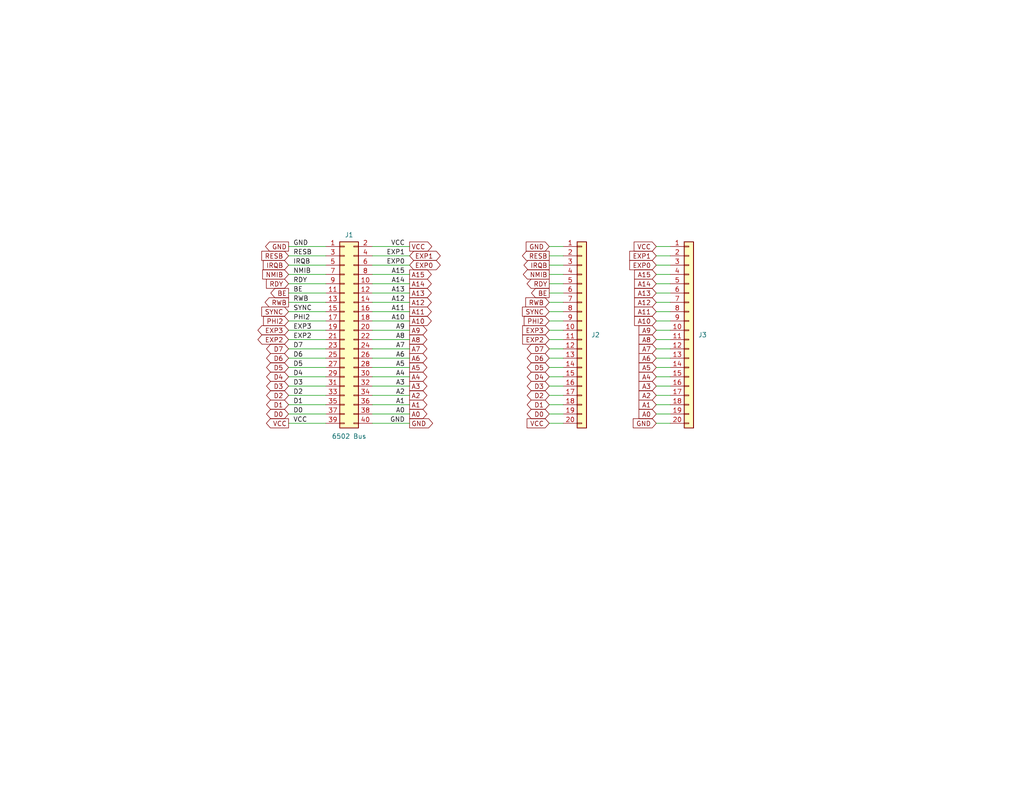
<source format=kicad_sch>
(kicad_sch (version 20250114) (generator "eeschema") (generator_version "9.0")
  (paper "USLetter")
  (title_block (title "6502 Breadboard Helper") (date "2024-06-12") (rev "1.0") (company "A.C. Wright Design"))
  (lib_symbols
    (symbol "Connector_Generic:Conn_01x20" (pin_names (offset 1.016) (hide yes))
      (property "Reference" "J" (at 0 25.4 0))
      (property "Value" "Conn_01x20" (at 0 -27.94 0))
      (symbol "Conn_01x20_1_1"
        (rectangle (start -1.27 24.13) (end 1.27 -26.67) (stroke (width 0.254)) (fill (type background)))
        (rectangle (start -1.27 22.987) (end 0 22.733) (stroke (width 0.1524)))
        (rectangle (start -1.27 20.447) (end 0 20.193) (stroke (width 0.1524)))
        (rectangle (start -1.27 17.907) (end 0 17.653) (stroke (width 0.1524)))
        (rectangle (start -1.27 15.367) (end 0 15.113) (stroke (width 0.1524)))
        (rectangle (start -1.27 12.827) (end 0 12.573) (stroke (width 0.1524)))
        (rectangle (start -1.27 10.287) (end 0 10.033) (stroke (width 0.1524)))
        (rectangle (start -1.27 7.747) (end 0 7.493) (stroke (width 0.1524)))
        (rectangle (start -1.27 5.207) (end 0 4.953) (stroke (width 0.1524)))
        (rectangle (start -1.27 2.667) (end 0 2.413) (stroke (width 0.1524)))
        (rectangle (start -1.27 0.127) (end 0 -0.127) (stroke (width 0.1524)))
        (rectangle (start -1.27 -2.413) (end 0 -2.667) (stroke (width 0.1524)))
        (rectangle (start -1.27 -4.953) (end 0 -5.207) (stroke (width 0.1524)))
        (rectangle (start -1.27 -7.493) (end 0 -7.747) (stroke (width 0.1524)))
        (rectangle (start -1.27 -10.033) (end 0 -10.287) (stroke (width 0.1524)))
        (rectangle (start -1.27 -12.573) (end 0 -12.827) (stroke (width 0.1524)))
        (rectangle (start -1.27 -15.113) (end 0 -15.367) (stroke (width 0.1524)))
        (rectangle (start -1.27 -17.653) (end 0 -17.907) (stroke (width 0.1524)))
        (rectangle (start -1.27 -20.193) (end 0 -20.447) (stroke (width 0.1524)))
        (rectangle (start -1.27 -22.733) (end 0 -22.987) (stroke (width 0.1524)))
        (rectangle (start -1.27 -25.273) (end 0 -25.527) (stroke (width 0.1524)))
        (pin passive line (at -5.08 22.86 0) (length 3.81) (name "Pin_1") (number "1"))
        (pin passive line (at -5.08 20.32 0) (length 3.81) (name "Pin_2") (number "2"))
        (pin passive line (at -5.08 17.78 0) (length 3.81) (name "Pin_3") (number "3"))
        (pin passive line (at -5.08 15.24 0) (length 3.81) (name "Pin_4") (number "4"))
        (pin passive line (at -5.08 12.7 0) (length 3.81) (name "Pin_5") (number "5"))
        (pin passive line (at -5.08 10.16 0) (length 3.81) (name "Pin_6") (number "6"))
        (pin passive line (at -5.08 7.62 0) (length 3.81) (name "Pin_7") (number "7"))
        (pin passive line (at -5.08 5.08 0) (length 3.81) (name "Pin_8") (number "8"))
        (pin passive line (at -5.08 2.54 0) (length 3.81) (name "Pin_9") (number "9"))
        (pin passive line (at -5.08 0 0) (length 3.81) (name "Pin_10") (number "10"))
        (pin passive line (at -5.08 -2.54 0) (length 3.81) (name "Pin_11") (number "11"))
        (pin passive line (at -5.08 -5.08 0) (length 3.81) (name "Pin_12") (number "12"))
        (pin passive line (at -5.08 -7.62 0) (length 3.81) (name "Pin_13") (number "13"))
        (pin passive line (at -5.08 -10.16 0) (length 3.81) (name "Pin_14") (number "14"))
        (pin passive line (at -5.08 -12.7 0) (length 3.81) (name "Pin_15") (number "15"))
        (pin passive line (at -5.08 -15.24 0) (length 3.81) (name "Pin_16") (number "16"))
        (pin passive line (at -5.08 -17.78 0) (length 3.81) (name "Pin_17") (number "17"))
        (pin passive line (at -5.08 -20.32 0) (length 3.81) (name "Pin_18") (number "18"))
        (pin passive line (at -5.08 -22.86 0) (length 3.81) (name "Pin_19") (number "19"))
        (pin passive line (at -5.08 -25.4 0) (length 3.81) (name "Pin_20") (number "20"))
      )
    )
    (symbol "Connector_Generic:Conn_02x20_Odd_Even" (pin_names (offset 1.016) (hide yes))
      (property "Reference" "J" (at 1.27 25.4 0))
      (property "Value" "Conn_02x20_Odd_Even" (at 1.27 -27.94 0))
      (symbol "Conn_02x20_Odd_Even_1_1"
        (rectangle (start -1.27 24.13) (end 3.81 -26.67) (stroke (width 0.254)) (fill (type background)))
        (rectangle (start -1.27 22.987) (end 0 22.733) (stroke (width 0.1524)))
        (rectangle (start -1.27 20.447) (end 0 20.193) (stroke (width 0.1524)))
        (rectangle (start -1.27 17.907) (end 0 17.653) (stroke (width 0.1524)))
        (rectangle (start -1.27 15.367) (end 0 15.113) (stroke (width 0.1524)))
        (rectangle (start -1.27 12.827) (end 0 12.573) (stroke (width 0.1524)))
        (rectangle (start -1.27 10.287) (end 0 10.033) (stroke (width 0.1524)))
        (rectangle (start -1.27 7.747) (end 0 7.493) (stroke (width 0.1524)))
        (rectangle (start -1.27 5.207) (end 0 4.953) (stroke (width 0.1524)))
        (rectangle (start -1.27 2.667) (end 0 2.413) (stroke (width 0.1524)))
        (rectangle (start -1.27 0.127) (end 0 -0.127) (stroke (width 0.1524)))
        (rectangle (start -1.27 -2.413) (end 0 -2.667) (stroke (width 0.1524)))
        (rectangle (start -1.27 -4.953) (end 0 -5.207) (stroke (width 0.1524)))
        (rectangle (start -1.27 -7.493) (end 0 -7.747) (stroke (width 0.1524)))
        (rectangle (start -1.27 -10.033) (end 0 -10.287) (stroke (width 0.1524)))
        (rectangle (start -1.27 -12.573) (end 0 -12.827) (stroke (width 0.1524)))
        (rectangle (start -1.27 -15.113) (end 0 -15.367) (stroke (width 0.1524)))
        (rectangle (start -1.27 -17.653) (end 0 -17.907) (stroke (width 0.1524)))
        (rectangle (start -1.27 -20.193) (end 0 -20.447) (stroke (width 0.1524)))
        (rectangle (start -1.27 -22.733) (end 0 -22.987) (stroke (width 0.1524)))
        (rectangle (start -1.27 -25.273) (end 0 -25.527) (stroke (width 0.1524)))
        (rectangle (start 3.81 22.987) (end 2.54 22.733) (stroke (width 0.1524)))
        (rectangle (start 3.81 20.447) (end 2.54 20.193) (stroke (width 0.1524)))
        (rectangle (start 3.81 17.907) (end 2.54 17.653) (stroke (width 0.1524)))
        (rectangle (start 3.81 15.367) (end 2.54 15.113) (stroke (width 0.1524)))
        (rectangle (start 3.81 12.827) (end 2.54 12.573) (stroke (width 0.1524)))
        (rectangle (start 3.81 10.287) (end 2.54 10.033) (stroke (width 0.1524)))
        (rectangle (start 3.81 7.747) (end 2.54 7.493) (stroke (width 0.1524)))
        (rectangle (start 3.81 5.207) (end 2.54 4.953) (stroke (width 0.1524)))
        (rectangle (start 3.81 2.667) (end 2.54 2.413) (stroke (width 0.1524)))
        (rectangle (start 3.81 0.127) (end 2.54 -0.127) (stroke (width 0.1524)))
        (rectangle (start 3.81 -2.413) (end 2.54 -2.667) (stroke (width 0.1524)))
        (rectangle (start 3.81 -4.953) (end 2.54 -5.207) (stroke (width 0.1524)))
        (rectangle (start 3.81 -7.493) (end 2.54 -7.747) (stroke (width 0.1524)))
        (rectangle (start 3.81 -10.033) (end 2.54 -10.287) (stroke (width 0.1524)))
        (rectangle (start 3.81 -12.573) (end 2.54 -12.827) (stroke (width 0.1524)))
        (rectangle (start 3.81 -15.113) (end 2.54 -15.367) (stroke (width 0.1524)))
        (rectangle (start 3.81 -17.653) (end 2.54 -17.907) (stroke (width 0.1524)))
        (rectangle (start 3.81 -20.193) (end 2.54 -20.447) (stroke (width 0.1524)))
        (rectangle (start 3.81 -22.733) (end 2.54 -22.987) (stroke (width 0.1524)))
        (rectangle (start 3.81 -25.273) (end 2.54 -25.527) (stroke (width 0.1524)))
        (pin passive line (at -5.08 22.86 0) (length 3.81) (name "Pin_1") (number "1"))
        (pin passive line (at -5.08 20.32 0) (length 3.81) (name "Pin_3") (number "3"))
        (pin passive line (at -5.08 17.78 0) (length 3.81) (name "Pin_5") (number "5"))
        (pin passive line (at -5.08 15.24 0) (length 3.81) (name "Pin_7") (number "7"))
        (pin passive line (at -5.08 12.7 0) (length 3.81) (name "Pin_9") (number "9"))
        (pin passive line (at -5.08 10.16 0) (length 3.81) (name "Pin_11") (number "11"))
        (pin passive line (at -5.08 7.62 0) (length 3.81) (name "Pin_13") (number "13"))
        (pin passive line (at -5.08 5.08 0) (length 3.81) (name "Pin_15") (number "15"))
        (pin passive line (at -5.08 2.54 0) (length 3.81) (name "Pin_17") (number "17"))
        (pin passive line (at -5.08 0 0) (length 3.81) (name "Pin_19") (number "19"))
        (pin passive line (at -5.08 -2.54 0) (length 3.81) (name "Pin_21") (number "21"))
        (pin passive line (at -5.08 -5.08 0) (length 3.81) (name "Pin_23") (number "23"))
        (pin passive line (at -5.08 -7.62 0) (length 3.81) (name "Pin_25") (number "25"))
        (pin passive line (at -5.08 -10.16 0) (length 3.81) (name "Pin_27") (number "27"))
        (pin passive line (at -5.08 -12.7 0) (length 3.81) (name "Pin_29") (number "29"))
        (pin passive line (at -5.08 -15.24 0) (length 3.81) (name "Pin_31") (number "31"))
        (pin passive line (at -5.08 -17.78 0) (length 3.81) (name "Pin_33") (number "33"))
        (pin passive line (at -5.08 -20.32 0) (length 3.81) (name "Pin_35") (number "35"))
        (pin passive line (at -5.08 -22.86 0) (length 3.81) (name "Pin_37") (number "37"))
        (pin passive line (at -5.08 -25.4 0) (length 3.81) (name "Pin_39") (number "39"))
        (pin passive line (at 7.62 22.86 180) (length 3.81) (name "Pin_2") (number "2"))
        (pin passive line (at 7.62 20.32 180) (length 3.81) (name "Pin_4") (number "4"))
        (pin passive line (at 7.62 17.78 180) (length 3.81) (name "Pin_6") (number "6"))
        (pin passive line (at 7.62 15.24 180) (length 3.81) (name "Pin_8") (number "8"))
        (pin passive line (at 7.62 12.7 180) (length 3.81) (name "Pin_10") (number "10"))
        (pin passive line (at 7.62 10.16 180) (length 3.81) (name "Pin_12") (number "12"))
        (pin passive line (at 7.62 7.62 180) (length 3.81) (name "Pin_14") (number "14"))
        (pin passive line (at 7.62 5.08 180) (length 3.81) (name "Pin_16") (number "16"))
        (pin passive line (at 7.62 2.54 180) (length 3.81) (name "Pin_18") (number "18"))
        (pin passive line (at 7.62 0 180) (length 3.81) (name "Pin_20") (number "20"))
        (pin passive line (at 7.62 -2.54 180) (length 3.81) (name "Pin_22") (number "22"))
        (pin passive line (at 7.62 -5.08 180) (length 3.81) (name "Pin_24") (number "24"))
        (pin passive line (at 7.62 -7.62 180) (length 3.81) (name "Pin_26") (number "26"))
        (pin passive line (at 7.62 -10.16 180) (length 3.81) (name "Pin_28") (number "28"))
        (pin passive line (at 7.62 -12.7 180) (length 3.81) (name "Pin_30") (number "30"))
        (pin passive line (at 7.62 -15.24 180) (length 3.81) (name "Pin_32") (number "32"))
        (pin passive line (at 7.62 -17.78 180) (length 3.81) (name "Pin_34") (number "34"))
        (pin passive line (at 7.62 -20.32 180) (length 3.81) (name "Pin_36") (number "36"))
        (pin passive line (at 7.62 -22.86 180) (length 3.81) (name "Pin_38") (number "38"))
        (pin passive line (at 7.62 -25.4 180) (length 3.81) (name "Pin_40") (number "40"))
      )
    )
  )
  (wire (pts (xy 179.07 110.49) (xy 182.88 110.49)))
  (wire (pts (xy 149.86 92.71) (xy 153.67 92.71)))
  (wire (pts (xy 88.9 80.01) (xy 78.74 80.01)))
  (wire (pts (xy 179.07 107.95) (xy 182.88 107.95)))
  (wire (pts (xy 179.07 74.93) (xy 182.88 74.93)))
  (wire (pts (xy 149.86 97.79) (xy 153.67 97.79)))
  (wire (pts (xy 101.6 90.17) (xy 111.76 90.17)))
  (wire (pts (xy 111.76 107.95) (xy 101.6 107.95)))
  (wire (pts (xy 111.76 72.39) (xy 101.6 72.39)))
  (wire (pts (xy 179.07 115.57) (xy 182.88 115.57)))
  (wire (pts (xy 179.07 105.41) (xy 182.88 105.41)))
  (wire (pts (xy 179.07 77.47) (xy 182.88 77.47)))
  (wire (pts (xy 78.74 97.79) (xy 88.9 97.79)))
  (wire (pts (xy 149.86 115.57) (xy 153.67 115.57)))
  (wire (pts (xy 149.86 82.55) (xy 153.67 82.55)))
  (wire (pts (xy 149.86 72.39) (xy 153.67 72.39)))
  (wire (pts (xy 149.86 90.17) (xy 153.67 90.17)))
  (wire (pts (xy 101.6 69.85) (xy 111.76 69.85)))
  (wire (pts (xy 179.07 95.25) (xy 182.88 95.25)))
  (wire (pts (xy 101.6 85.09) (xy 111.76 85.09)))
  (wire (pts (xy 78.74 67.31) (xy 88.9 67.31)))
  (wire (pts (xy 149.86 87.63) (xy 153.67 87.63)))
  (wire (pts (xy 179.07 97.79) (xy 182.88 97.79)))
  (wire (pts (xy 149.86 77.47) (xy 153.67 77.47)))
  (wire (pts (xy 78.74 92.71) (xy 88.9 92.71)))
  (wire (pts (xy 149.86 95.25) (xy 153.67 95.25)))
  (wire (pts (xy 179.07 69.85) (xy 182.88 69.85)))
  (wire (pts (xy 78.74 107.95) (xy 88.9 107.95)))
  (wire (pts (xy 101.6 100.33) (xy 111.76 100.33)))
  (wire (pts (xy 88.9 100.33) (xy 78.74 100.33)))
  (wire (pts (xy 101.6 67.31) (xy 111.76 67.31)))
  (wire (pts (xy 101.6 115.57) (xy 111.76 115.57)))
  (wire (pts (xy 149.86 85.09) (xy 153.67 85.09)))
  (wire (pts (xy 111.76 77.47) (xy 101.6 77.47)))
  (wire (pts (xy 179.07 82.55) (xy 182.88 82.55)))
  (wire (pts (xy 101.6 105.41) (xy 111.76 105.41)))
  (wire (pts (xy 78.74 115.57) (xy 88.9 115.57)))
  (wire (pts (xy 111.76 87.63) (xy 101.6 87.63)))
  (wire (pts (xy 78.74 113.03) (xy 88.9 113.03)))
  (wire (pts (xy 101.6 95.25) (xy 111.76 95.25)))
  (wire (pts (xy 111.76 82.55) (xy 101.6 82.55)))
  (wire (pts (xy 179.07 72.39) (xy 182.88 72.39)))
  (wire (pts (xy 179.07 90.17) (xy 182.88 90.17)))
  (wire (pts (xy 179.07 85.09) (xy 182.88 85.09)))
  (wire (pts (xy 111.76 92.71) (xy 101.6 92.71)))
  (wire (pts (xy 78.74 77.47) (xy 88.9 77.47)))
  (wire (pts (xy 149.86 100.33) (xy 153.67 100.33)))
  (wire (pts (xy 149.86 110.49) (xy 153.67 110.49)))
  (wire (pts (xy 149.86 113.03) (xy 153.67 113.03)))
  (wire (pts (xy 101.6 74.93) (xy 111.76 74.93)))
  (wire (pts (xy 78.74 72.39) (xy 88.9 72.39)))
  (wire (pts (xy 78.74 82.55) (xy 88.9 82.55)))
  (wire (pts (xy 149.86 69.85) (xy 153.67 69.85)))
  (wire (pts (xy 179.07 87.63) (xy 182.88 87.63)))
  (wire (pts (xy 149.86 107.95) (xy 153.67 107.95)))
  (wire (pts (xy 101.6 80.01) (xy 111.76 80.01)))
  (wire (pts (xy 78.74 69.85) (xy 88.9 69.85)))
  (wire (pts (xy 179.07 102.87) (xy 182.88 102.87)))
  (wire (pts (xy 179.07 113.03) (xy 182.88 113.03)))
  (wire (pts (xy 179.07 67.31) (xy 182.88 67.31)))
  (wire (pts (xy 149.86 80.01) (xy 153.67 80.01)))
  (wire (pts (xy 179.07 92.71) (xy 182.88 92.71)))
  (wire (pts (xy 88.9 110.49) (xy 78.74 110.49)))
  (wire (pts (xy 88.9 90.17) (xy 78.74 90.17)))
  (wire (pts (xy 111.76 113.03) (xy 101.6 113.03)))
  (wire (pts (xy 149.86 102.87) (xy 153.67 102.87)))
  (wire (pts (xy 111.76 102.87) (xy 101.6 102.87)))
  (wire (pts (xy 88.9 105.41) (xy 78.74 105.41)))
  (wire (pts (xy 88.9 95.25) (xy 78.74 95.25)))
  (wire (pts (xy 149.86 105.41) (xy 153.67 105.41)))
  (wire (pts (xy 179.07 100.33) (xy 182.88 100.33)))
  (wire (pts (xy 149.86 67.31) (xy 153.67 67.31)))
  (wire (pts (xy 78.74 102.87) (xy 88.9 102.87)))
  (wire (pts (xy 78.74 74.93) (xy 88.9 74.93)))
  (wire (pts (xy 111.76 97.79) (xy 101.6 97.79)))
  (wire (pts (xy 149.86 74.93) (xy 153.67 74.93)))
  (wire (pts (xy 78.74 87.63) (xy 88.9 87.63)))
  (wire (pts (xy 179.07 80.01) (xy 182.88 80.01)))
  (wire (pts (xy 101.6 110.49) (xy 111.76 110.49)))
  (wire (pts (xy 88.9 85.09) (xy 78.74 85.09)))
  (label "D1" (at 80.01 110.49 0))
  (label "EXP3" (at 80.01 90.17 0))
  (label "GND" (at 80.01 67.31 0))
  (label "EXP2" (at 80.01 92.71 0))
  (label "A7" (at 110.49 95.25 180))
  (label "D0" (at 80.01 113.03 0))
  (label "D5" (at 80.01 100.33 0))
  (label "A14" (at 110.49 77.47 180))
  (label "A12" (at 110.49 82.55 180))
  (label "A13" (at 110.49 80.01 180))
  (label "A4" (at 110.49 102.87 180))
  (label "A8" (at 110.49 92.71 180))
  (label "D3" (at 80.01 105.41 0))
  (label "RWB" (at 80.01 82.55 0))
  (label "IRQB" (at 80.01 72.39 0))
  (label "EXP0" (at 110.49 72.39 180))
  (label "VCC" (at 80.01 115.57 0))
  (label "D6" (at 80.01 97.79 0))
  (label "A0" (at 110.49 113.03 180))
  (label "A3" (at 110.49 105.41 180))
  (label "A1" (at 110.49 110.49 180))
  (label "A15" (at 110.49 74.93 180))
  (label "GND" (at 110.49 115.57 180))
  (label "A2" (at 110.49 107.95 180))
  (label "A6" (at 110.49 97.79 180))
  (label "D7" (at 80.01 95.25 0))
  (label "PHI2" (at 80.01 87.63 0))
  (label "A11" (at 110.49 85.09 180))
  (label "RESB" (at 80.01 69.85 0))
  (label "NMIB" (at 80.01 74.93 0))
  (label "A9" (at 110.49 90.17 180))
  (label "RDY" (at 80.01 77.47 0))
  (label "A10" (at 110.49 87.63 180))
  (label "D4" (at 80.01 102.87 0))
  (label "EXP1" (at 110.49 69.85 180))
  (label "D2" (at 80.01 107.95 0))
  (label "VCC" (at 110.49 67.31 180))
  (label "SYNC" (at 80.01 85.09 0))
  (label "A5" (at 110.49 100.33 180))
  (label "BE" (at 80.01 80.01 0))
  (global_label "D5" (shape bidirectional) (at 78.74 100.33 180) (property "Intersheetrefs" "${INTERSHEET_REFS}" (effects (hide yes))))
  (global_label "EXP1" (shape bidirectional) (at 111.76 69.85 0) (property "Intersheetrefs" "${INTERSHEET_REFS}" (effects (hide yes))))
  (global_label "BE" (shape output) (at 78.74 80.01 180) (property "Intersheetrefs" "${INTERSHEET_REFS}" (effects (hide yes))))
  (global_label "EXP3" (shape bidirectional) (at 78.74 90.17 180) (property "Intersheetrefs" "${INTERSHEET_REFS}" (effects (hide yes))))
  (global_label "GND" (shape output) (at 111.76 115.57 0) (property "Intersheetrefs" "${INTERSHEET_REFS}" (effects (hide yes))))
  (global_label "EXP2" (shape bidirectional) (at 78.74 92.71 180) (property "Intersheetrefs" "${INTERSHEET_REFS}" (effects (hide yes))))
  (global_label "IRQB" (shape output) (at 149.86 72.39 180) (property "Intersheetrefs" "${INTERSHEET_REFS}" (effects (hide yes))))
  (global_label "VCC" (shape input) (at 149.86 115.57 180) (property "Intersheetrefs" "${INTERSHEET_REFS}" (effects (hide yes))))
  (global_label "A12" (shape output) (at 111.76 82.55 0) (property "Intersheetrefs" "${INTERSHEET_REFS}" (effects (hide yes))))
  (global_label "A12" (shape input) (at 179.07 82.55 180) (property "Intersheetrefs" "${INTERSHEET_REFS}" (effects (hide yes))))
  (global_label "RWB" (shape output) (at 78.74 82.55 180) (property "Intersheetrefs" "${INTERSHEET_REFS}" (effects (hide yes))))
  (global_label "A15" (shape output) (at 111.76 74.93 0) (property "Intersheetrefs" "${INTERSHEET_REFS}" (effects (hide yes))))
  (global_label "A4" (shape input) (at 179.07 102.87 180) (property "Intersheetrefs" "${INTERSHEET_REFS}" (effects (hide yes))))
  (global_label "EXP2" (shape input) (at 149.86 92.71 180) (property "Intersheetrefs" "${INTERSHEET_REFS}" (effects (hide yes))))
  (global_label "RESB" (shape output) (at 149.86 69.85 180) (property "Intersheetrefs" "${INTERSHEET_REFS}" (effects (hide yes))))
  (global_label "A11" (shape input) (at 179.07 85.09 180) (property "Intersheetrefs" "${INTERSHEET_REFS}" (effects (hide yes))))
  (global_label "A14" (shape input) (at 179.07 77.47 180) (property "Intersheetrefs" "${INTERSHEET_REFS}" (effects (hide yes))))
  (global_label "GND" (shape input) (at 179.07 115.57 180) (property "Intersheetrefs" "${INTERSHEET_REFS}" (effects (hide yes))))
  (global_label "SYNC" (shape input) (at 149.86 85.09 180) (property "Intersheetrefs" "${INTERSHEET_REFS}" (effects (hide yes))))
  (global_label "D0" (shape bidirectional) (at 78.74 113.03 180) (property "Intersheetrefs" "${INTERSHEET_REFS}" (effects (hide yes))))
  (global_label "A10" (shape input) (at 179.07 87.63 180) (property "Intersheetrefs" "${INTERSHEET_REFS}" (effects (hide yes))))
  (global_label "A15" (shape input) (at 179.07 74.93 180) (property "Intersheetrefs" "${INTERSHEET_REFS}" (effects (hide yes))))
  (global_label "A3" (shape input) (at 179.07 105.41 180) (property "Intersheetrefs" "${INTERSHEET_REFS}" (effects (hide yes))))
  (global_label "PHI2" (shape input) (at 149.86 87.63 180) (property "Intersheetrefs" "${INTERSHEET_REFS}" (effects (hide yes))))
  (global_label "VCC" (shape output) (at 78.74 115.57 180) (property "Intersheetrefs" "${INTERSHEET_REFS}" (effects (hide yes))))
  (global_label "A0" (shape input) (at 179.07 113.03 180) (property "Intersheetrefs" "${INTERSHEET_REFS}" (effects (hide yes))))
  (global_label "A2" (shape input) (at 179.07 107.95 180) (property "Intersheetrefs" "${INTERSHEET_REFS}" (effects (hide yes))))
  (global_label "A7" (shape output) (at 111.76 95.25 0) (property "Intersheetrefs" "${INTERSHEET_REFS}" (effects (hide yes))))
  (global_label "EXP0" (shape input) (at 179.07 72.39 180) (property "Intersheetrefs" "${INTERSHEET_REFS}" (effects (hide yes))))
  (global_label "D2" (shape bidirectional) (at 78.74 107.95 180) (property "Intersheetrefs" "${INTERSHEET_REFS}" (effects (hide yes))))
  (global_label "D1" (shape bidirectional) (at 149.86 110.49 180) (property "Intersheetrefs" "${INTERSHEET_REFS}" (effects (hide yes))))
  (global_label "D4" (shape bidirectional) (at 149.86 102.87 180) (property "Intersheetrefs" "${INTERSHEET_REFS}" (effects (hide yes))))
  (global_label "A2" (shape output) (at 111.76 107.95 0) (property "Intersheetrefs" "${INTERSHEET_REFS}" (effects (hide yes))))
  (global_label "A6" (shape input) (at 179.07 97.79 180) (property "Intersheetrefs" "${INTERSHEET_REFS}" (effects (hide yes))))
  (global_label "D3" (shape bidirectional) (at 149.86 105.41 180) (property "Intersheetrefs" "${INTERSHEET_REFS}" (effects (hide yes))))
  (global_label "A0" (shape output) (at 111.76 113.03 0) (property "Intersheetrefs" "${INTERSHEET_REFS}" (effects (hide yes))))
  (global_label "A6" (shape output) (at 111.76 97.79 0) (property "Intersheetrefs" "${INTERSHEET_REFS}" (effects (hide yes))))
  (global_label "GND" (shape output) (at 78.74 67.31 180) (property "Intersheetrefs" "${INTERSHEET_REFS}" (effects (hide yes))))
  (global_label "GND" (shape input) (at 149.86 67.31 180) (property "Intersheetrefs" "${INTERSHEET_REFS}" (effects (hide yes))))
  (global_label "A9" (shape output) (at 111.76 90.17 0) (property "Intersheetrefs" "${INTERSHEET_REFS}" (effects (hide yes))))
  (global_label "A13" (shape output) (at 111.76 80.01 0) (property "Intersheetrefs" "${INTERSHEET_REFS}" (effects (hide yes))))
  (global_label "D0" (shape bidirectional) (at 149.86 113.03 180) (property "Intersheetrefs" "${INTERSHEET_REFS}" (effects (hide yes))))
  (global_label "D1" (shape bidirectional) (at 78.74 110.49 180) (property "Intersheetrefs" "${INTERSHEET_REFS}" (effects (hide yes))))
  (global_label "EXP0" (shape bidirectional) (at 111.76 72.39 0) (property "Intersheetrefs" "${INTERSHEET_REFS}" (effects (hide yes))))
  (global_label "D6" (shape bidirectional) (at 78.74 97.79 180) (property "Intersheetrefs" "${INTERSHEET_REFS}" (effects (hide yes))))
  (global_label "A7" (shape input) (at 179.07 95.25 180) (property "Intersheetrefs" "${INTERSHEET_REFS}" (effects (hide yes))))
  (global_label "RDY" (shape input) (at 78.74 77.47 180) (property "Intersheetrefs" "${INTERSHEET_REFS}" (effects (hide yes))))
  (global_label "A9" (shape input) (at 179.07 90.17 180) (property "Intersheetrefs" "${INTERSHEET_REFS}" (effects (hide yes))))
  (global_label "BE" (shape output) (at 149.86 80.01 180) (property "Intersheetrefs" "${INTERSHEET_REFS}" (effects (hide yes))))
  (global_label "D7" (shape bidirectional) (at 149.86 95.25 180) (property "Intersheetrefs" "${INTERSHEET_REFS}" (effects (hide yes))))
  (global_label "A8" (shape output) (at 111.76 92.71 0) (property "Intersheetrefs" "${INTERSHEET_REFS}" (effects (hide yes))))
  (global_label "D5" (shape bidirectional) (at 149.86 100.33 180) (property "Intersheetrefs" "${INTERSHEET_REFS}" (effects (hide yes))))
  (global_label "D7" (shape bidirectional) (at 78.74 95.25 180) (property "Intersheetrefs" "${INTERSHEET_REFS}" (effects (hide yes))))
  (global_label "A5" (shape input) (at 179.07 100.33 180) (property "Intersheetrefs" "${INTERSHEET_REFS}" (effects (hide yes))))
  (global_label "D6" (shape bidirectional) (at 149.86 97.79 180) (property "Intersheetrefs" "${INTERSHEET_REFS}" (effects (hide yes))))
  (global_label "EXP1" (shape input) (at 179.07 69.85 180) (property "Intersheetrefs" "${INTERSHEET_REFS}" (effects (hide yes))))
  (global_label "RDY" (shape output) (at 149.86 77.47 180) (property "Intersheetrefs" "${INTERSHEET_REFS}" (effects (hide yes))))
  (global_label "A5" (shape output) (at 111.76 100.33 0) (property "Intersheetrefs" "${INTERSHEET_REFS}" (effects (hide yes))))
  (global_label "VCC" (shape output) (at 111.76 67.31 0) (property "Intersheetrefs" "${INTERSHEET_REFS}" (effects (hide yes))))
  (global_label "PHI2" (shape input) (at 78.74 87.63 180) (property "Intersheetrefs" "${INTERSHEET_REFS}" (effects (hide yes))))
  (global_label "A1" (shape output) (at 111.76 110.49 0) (property "Intersheetrefs" "${INTERSHEET_REFS}" (effects (hide yes))))
  (global_label "D2" (shape bidirectional) (at 149.86 107.95 180) (property "Intersheetrefs" "${INTERSHEET_REFS}" (effects (hide yes))))
  (global_label "RESB" (shape input) (at 78.74 69.85 180) (property "Intersheetrefs" "${INTERSHEET_REFS}" (effects (hide yes))))
  (global_label "A14" (shape output) (at 111.76 77.47 0) (property "Intersheetrefs" "${INTERSHEET_REFS}" (effects (hide yes))))
  (global_label "EXP3" (shape input) (at 149.86 90.17 180) (property "Intersheetrefs" "${INTERSHEET_REFS}" (effects (hide yes))))
  (global_label "A4" (shape output) (at 111.76 102.87 0) (property "Intersheetrefs" "${INTERSHEET_REFS}" (effects (hide yes))))
  (global_label "A11" (shape output) (at 111.76 85.09 0) (property "Intersheetrefs" "${INTERSHEET_REFS}" (effects (hide yes))))
  (global_label "VCC" (shape input) (at 179.07 67.31 180) (property "Intersheetrefs" "${INTERSHEET_REFS}" (effects (hide yes))))
  (global_label "D3" (shape bidirectional) (at 78.74 105.41 180) (property "Intersheetrefs" "${INTERSHEET_REFS}" (effects (hide yes))))
  (global_label "NMIB" (shape output) (at 149.86 74.93 180) (property "Intersheetrefs" "${INTERSHEET_REFS}" (effects (hide yes))))
  (global_label "SYNC" (shape input) (at 78.74 85.09 180) (property "Intersheetrefs" "${INTERSHEET_REFS}" (effects (hide yes))))
  (global_label "RWB" (shape input) (at 149.86 82.55 180) (property "Intersheetrefs" "${INTERSHEET_REFS}" (effects (hide yes))))
  (global_label "A3" (shape output) (at 111.76 105.41 0) (property "Intersheetrefs" "${INTERSHEET_REFS}" (effects (hide yes))))
  (global_label "IRQB" (shape input) (at 78.74 72.39 180) (property "Intersheetrefs" "${INTERSHEET_REFS}" (effects (hide yes))))
  (global_label "A13" (shape input) (at 179.07 80.01 180) (property "Intersheetrefs" "${INTERSHEET_REFS}" (effects (hide yes))))
  (global_label "A8" (shape input) (at 179.07 92.71 180) (property "Intersheetrefs" "${INTERSHEET_REFS}" (effects (hide yes))))
  (global_label "A1" (shape input) (at 179.07 110.49 180) (property "Intersheetrefs" "${INTERSHEET_REFS}" (effects (hide yes))))
  (global_label "D4" (shape bidirectional) (at 78.74 102.87 180) (property "Intersheetrefs" "${INTERSHEET_REFS}" (effects (hide yes))))
  (global_label "NMIB" (shape input) (at 78.74 74.93 180) (property "Intersheetrefs" "${INTERSHEET_REFS}" (effects (hide yes))))
  (global_label "A10" (shape output) (at 111.76 87.63 0) (property "Intersheetrefs" "${INTERSHEET_REFS}" (effects (hide yes))))
  (symbol (lib_id "Connector_Generic:Conn_02x20_Odd_Even") (at 93.98 90.17 0) (unit 1) (in_bom no)
    (property "Reference" "J1" (at 95.25 64.135 0))
    (property "Value" "6502 Bus" (at 95.25 119.126 0))
    (property "Footprint" "Connector_PinHeader_2.54mm:PinHeader_2x20_P2.54mm_Vertical" (effects (hide yes)))
    (property "Description" "Generic connector, double row, 02x20, odd/even pin numbering scheme (row 1 odd numbers, row 2 even numbers), script generated (kicad-library-utils/schlib/autogen/connector/)" (effects (hide yes)))
  )
  (symbol (lib_id "Connector_Generic:Conn_01x20") (at 187.96 90.17 0) (unit 1) (in_bom no)
    (property "Reference" "J3" (at 190.5 91.4399 0) (effects (justify left)))
    (property "Value" "Conn_01x20" (effects (hide yes)))
    (property "Footprint" "Connector_PinHeader_2.54mm:PinHeader_1x20_P2.54mm_Vertical" (effects (hide yes)))
    (property "Description" "Generic connector, single row, 01x20, script generated (kicad-library-utils/schlib/autogen/connector/)" (effects (hide yes)))
  )
  (symbol (lib_id "Connector_Generic:Conn_01x20") (at 158.75 90.17 0) (unit 1) (in_bom no)
    (property "Reference" "J2" (at 161.29 91.4399 0) (effects (justify left)))
    (property "Value" "Conn_01x20" (effects (hide yes)))
    (property "Footprint" "Connector_PinHeader_2.54mm:PinHeader_1x20_P2.54mm_Vertical" (effects (hide yes)))
    (property "Description" "Generic connector, single row, 01x20, script generated (kicad-library-utils/schlib/autogen/connector/)" (effects (hide yes)))
  )
)
</source>
